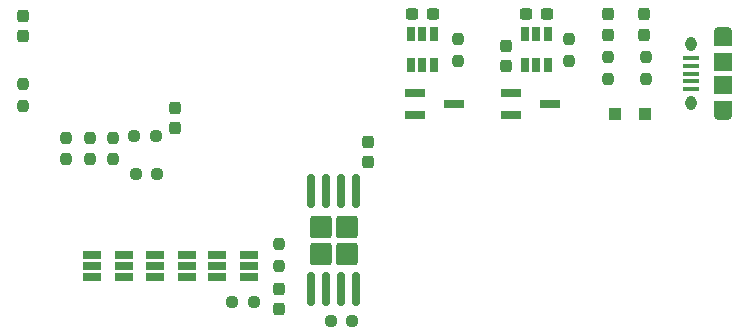
<source format=gbr>
%TF.GenerationSoftware,KiCad,Pcbnew,(5.99.0-12305-g62f7a09290)*%
%TF.CreationDate,2021-10-11T18:46:27-07:00*%
%TF.ProjectId,vive_ups,76697665-5f75-4707-932e-6b696361645f,rev?*%
%TF.SameCoordinates,Original*%
%TF.FileFunction,Paste,Top*%
%TF.FilePolarity,Positive*%
%FSLAX46Y46*%
G04 Gerber Fmt 4.6, Leading zero omitted, Abs format (unit mm)*
G04 Created by KiCad (PCBNEW (5.99.0-12305-g62f7a09290)) date 2021-10-11 18:46:27*
%MOMM*%
%LPD*%
G01*
G04 APERTURE LIST*
G04 Aperture macros list*
%AMRoundRect*
0 Rectangle with rounded corners*
0 $1 Rounding radius*
0 $2 $3 $4 $5 $6 $7 $8 $9 X,Y pos of 4 corners*
0 Add a 4 corners polygon primitive as box body*
4,1,4,$2,$3,$4,$5,$6,$7,$8,$9,$2,$3,0*
0 Add four circle primitives for the rounded corners*
1,1,$1+$1,$2,$3*
1,1,$1+$1,$4,$5*
1,1,$1+$1,$6,$7*
1,1,$1+$1,$8,$9*
0 Add four rect primitives between the rounded corners*
20,1,$1+$1,$2,$3,$4,$5,0*
20,1,$1+$1,$4,$5,$6,$7,0*
20,1,$1+$1,$6,$7,$8,$9,0*
20,1,$1+$1,$8,$9,$2,$3,0*%
G04 Aperture macros list end*
%ADD10RoundRect,0.237500X0.237500X-0.300000X0.237500X0.300000X-0.237500X0.300000X-0.237500X-0.300000X0*%
%ADD11RoundRect,0.237500X-0.237500X0.250000X-0.237500X-0.250000X0.237500X-0.250000X0.237500X0.250000X0*%
%ADD12R,1.000000X1.000000*%
%ADD13RoundRect,0.237500X0.237500X-0.287500X0.237500X0.287500X-0.237500X0.287500X-0.237500X-0.287500X0*%
%ADD14RoundRect,0.249996X0.680004X-0.705004X0.680004X0.705004X-0.680004X0.705004X-0.680004X-0.705004X0*%
%ADD15RoundRect,0.175000X0.175000X-1.250000X0.175000X1.250000X-0.175000X1.250000X-0.175000X-1.250000X0*%
%ADD16RoundRect,0.237500X-0.250000X-0.237500X0.250000X-0.237500X0.250000X0.237500X-0.250000X0.237500X0*%
%ADD17O,0.950000X1.250000*%
%ADD18R,1.550000X1.200000*%
%ADD19O,1.550000X0.890000*%
%ADD20R,1.550000X1.500000*%
%ADD21R,1.350000X0.400000*%
%ADD22R,1.560000X0.650000*%
%ADD23RoundRect,0.237500X0.237500X-0.250000X0.237500X0.250000X-0.237500X0.250000X-0.237500X-0.250000X0*%
%ADD24R,0.650000X1.220000*%
%ADD25RoundRect,0.237500X0.250000X0.237500X-0.250000X0.237500X-0.250000X-0.237500X0.250000X-0.237500X0*%
%ADD26R,1.800000X0.800000*%
%ADD27RoundRect,0.237500X0.300000X0.237500X-0.300000X0.237500X-0.300000X-0.237500X0.300000X-0.237500X0*%
%ADD28RoundRect,0.237500X-0.237500X0.300000X-0.237500X-0.300000X0.237500X-0.300000X0.237500X0.300000X0*%
G04 APERTURE END LIST*
D10*
%TO.C,C1*%
X94386400Y-103480700D03*
X94386400Y-105205700D03*
%TD*%
D11*
%TO.C,R14*%
X81534000Y-103274500D03*
X81534000Y-101449500D03*
%TD*%
D12*
%TO.C,D4*%
X134142800Y-103987600D03*
X131642800Y-103987600D03*
%TD*%
D13*
%TO.C,D1*%
X81534000Y-95645000D03*
X81534000Y-97395000D03*
%TD*%
D14*
%TO.C,U5*%
X108933000Y-113541000D03*
X106713000Y-113541000D03*
X108933000Y-115821000D03*
X106713000Y-115821000D03*
D15*
X105918000Y-110531000D03*
X107188000Y-110531000D03*
X108458000Y-110531000D03*
X109728000Y-110531000D03*
X109728000Y-118831000D03*
X108458000Y-118831000D03*
X107188000Y-118831000D03*
X105918000Y-118831000D03*
%TD*%
D16*
%TO.C,R10*%
X92720800Y-105867200D03*
X90895800Y-105867200D03*
%TD*%
D17*
%TO.C,J2*%
X138071400Y-98058600D03*
X138071400Y-103058600D03*
D18*
X140771400Y-97658600D03*
X140771400Y-103458600D03*
D19*
X140771400Y-97058600D03*
D20*
X140771400Y-99558600D03*
X140771400Y-101558600D03*
D19*
X140771400Y-104058600D03*
D21*
X138071400Y-99258600D03*
X138071400Y-99908600D03*
X138071400Y-100558600D03*
X138071400Y-101208600D03*
X138071400Y-101858600D03*
%TD*%
D22*
%TO.C,U2*%
X100600500Y-116840000D03*
X100600500Y-115890000D03*
X100600500Y-117790000D03*
X97900500Y-117790000D03*
X97900500Y-116840000D03*
X97900500Y-115890000D03*
%TD*%
D16*
%TO.C,R5*%
X109370500Y-121539000D03*
X107545500Y-121539000D03*
%TD*%
D23*
%TO.C,R4*%
X131064000Y-99163500D03*
X131064000Y-100988500D03*
%TD*%
D11*
%TO.C,R3*%
X134239000Y-100988500D03*
X134239000Y-99163500D03*
%TD*%
D13*
%TO.C,D3*%
X131064000Y-95504000D03*
X131064000Y-97254000D03*
%TD*%
%TO.C,D2*%
X134112000Y-95504000D03*
X134112000Y-97254000D03*
%TD*%
D10*
%TO.C,C4*%
X110744000Y-106325500D03*
X110744000Y-108050500D03*
%TD*%
D22*
%TO.C,U3*%
X95393500Y-116840000D03*
X95393500Y-115890000D03*
X95393500Y-117790000D03*
X92693500Y-117790000D03*
X92693500Y-116840000D03*
X92693500Y-115890000D03*
%TD*%
D24*
%TO.C,U7*%
X125918000Y-99862000D03*
X124968000Y-99862000D03*
X124018000Y-99862000D03*
X124018000Y-97242000D03*
X124968000Y-97242000D03*
X125918000Y-97242000D03*
%TD*%
%TO.C,U6*%
X116266000Y-99862000D03*
X115316000Y-99862000D03*
X114366000Y-99862000D03*
X114366000Y-97242000D03*
X115316000Y-97242000D03*
X116266000Y-97242000D03*
%TD*%
D22*
%TO.C,U4*%
X87359500Y-116840000D03*
X87359500Y-117790000D03*
X87359500Y-115890000D03*
X90059500Y-115890000D03*
X90059500Y-116840000D03*
X90059500Y-117790000D03*
%TD*%
D23*
%TO.C,R12*%
X127762000Y-97639500D03*
X127762000Y-99464500D03*
%TD*%
%TO.C,R11*%
X118364000Y-97639500D03*
X118364000Y-99464500D03*
%TD*%
D11*
%TO.C,R9*%
X89077800Y-107795700D03*
X89077800Y-105970700D03*
%TD*%
%TO.C,R8*%
X87172800Y-107795700D03*
X87172800Y-105970700D03*
%TD*%
D23*
%TO.C,R7*%
X85140800Y-105970700D03*
X85140800Y-107795700D03*
%TD*%
D25*
%TO.C,R6*%
X91035500Y-109067600D03*
X92860500Y-109067600D03*
%TD*%
D16*
%TO.C,R2*%
X101052000Y-119888000D03*
X99227000Y-119888000D03*
%TD*%
D11*
%TO.C,R1*%
X103187500Y-116840000D03*
X103187500Y-115015000D03*
%TD*%
D26*
%TO.C,Q3*%
X126110000Y-103124000D03*
X122810000Y-104074000D03*
X122810000Y-102174000D03*
%TD*%
%TO.C,Q2*%
X117982000Y-103124000D03*
X114682000Y-104074000D03*
X114682000Y-102174000D03*
%TD*%
D27*
%TO.C,C8*%
X124105500Y-95504000D03*
X125830500Y-95504000D03*
%TD*%
%TO.C,C7*%
X114453500Y-95504000D03*
X116178500Y-95504000D03*
%TD*%
D10*
%TO.C,C6*%
X122428000Y-98197500D03*
X122428000Y-99922500D03*
%TD*%
D28*
%TO.C,C2*%
X103187500Y-120496500D03*
X103187500Y-118771500D03*
%TD*%
M02*

</source>
